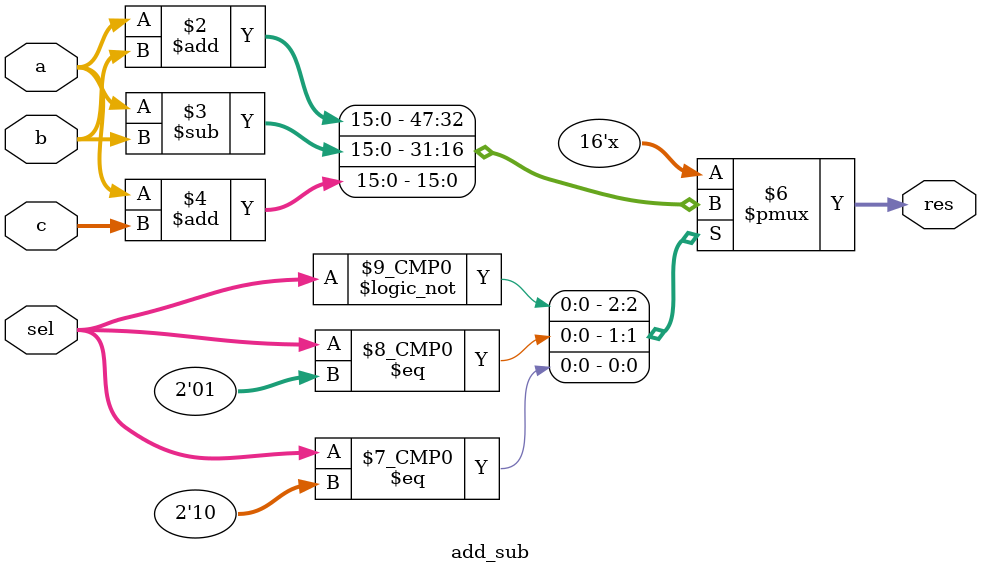
<source format=v>
module add_sub(
               input [15:0] 		 a,
               input [15:0] 		 b,
               input [15:0] 		 c,
               input [1:0] 			 sel,
               output reg [15:0] res
               );


  always @* begin
    case(sel)
      0: res = a + b;
      1: res = a - b;
      2: res = a + c;
      default: res = 16'bx;
    endcase
  end

endmodule

</source>
